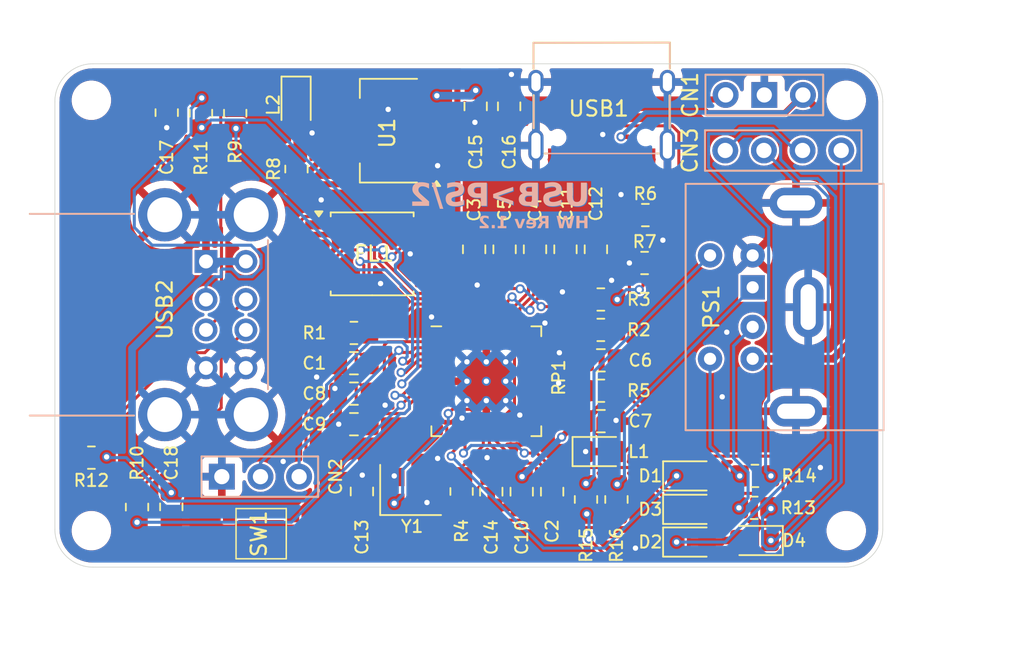
<source format=kicad_pcb>
(kicad_pcb (version 20240108) (generator "pcbnew") (generator_version "8.0")
  (title_block (title "USB to PS/2 Adapter") (date "2024-12-07") (rev "1.2") (company "Mikhail Matveev"))
  (layers (0 "F.Cu" signal) (31 "B.Cu" signal) (34 "B.Paste" user) (35 "F.Paste" user) (36 "B.SilkS" user "B.Silkscreen") (37 "F.SilkS" user "F.Silkscreen") (38 "B.Mask" user) (39 "F.Mask" user) (44 "Edge.Cuts" user))
  (net 0 "")
  (net 1 "GND")
  (net 2 "VBUS")
  (net 3 "Net-(RP1-VREG_VOUT)")
  (net 4 "/RP2040/XIN")
  (net 5 "+3V3")
  (net 6 "/RP2040/QSPI_SD2")
  (net 7 "/GPIO15")
  (net 8 "/GPIO14")
  (net 9 "/RP2040/QSPI_SD1")
  (net 10 "/GPIO12")
  (net 11 "/GPIO11")
  (net 12 "/RP2040/QSPI_SD3")
  (net 13 "/RP2040/QSPI_SCLK")
  (net 14 "/RP2040/QSPI_SS")
  (net 15 "/RP2040/QSPI_SD0")
  (net 16 "Net-(C14-Pad1)")
  (net 17 "/GPIO5")
  (net 18 "/GPIO4")
  (net 19 "/GPIO3")
  (net 20 "/GPIO2")
  (net 21 "/GPIO1")
  (net 22 "/GPIO0")
  (net 23 "Net-(USB2-D1+)")
  (net 24 "/PS2 with Diodes/MS_CLK")
  (net 25 "/PS2 with Diodes/MS_DATA")
  (net 26 "/PS2 with Diodes/KB_DATA")
  (net 27 "/PS2 with Diodes/KB_CLK")
  (net 28 "Net-(RP1-USB_DP)")
  (net 29 "Net-(RP1-USB_DM)")
  (net 30 "/RP2040/~{USB_BOOT}")
  (net 31 "/RP2040/GPIO25")
  (net 32 "/RP2040/XOUT")
  (net 33 "Net-(USB1-CC1)")
  (net 34 "Net-(USB1-CC2)")
  (net 35 "Net-(USB2-D2+)")
  (net 36 "Net-(USB2-D1-)")
  (net 37 "/RP2040/GPIO7")
  (net 38 "/RP2040/GPIO10")
  (net 39 "/RP2040/GPIO18")
  (net 40 "/D+")
  (net 41 "/RP2040/GPIO29")
  (net 42 "/RP2040/GPIO26")
  (net 43 "/RP2040/GPIO8")
  (net 44 "/D-")
  (net 45 "Net-(L1-A)")
  (net 46 "Net-(L2-A)")
  (net 47 "/RP2040/GPIO23")
  (net 48 "/RP2040/SWCLK")
  (net 49 "/RP2040/SWD")
  (net 50 "/RP2040/GPIO20")
  (net 51 "/RP2040/GPIO28")
  (net 52 "/RP2040/GPIO17")
  (net 53 "/RP2040/RUN")
  (net 54 "/RP2040/GPIO9")
  (net 55 "/RP2040/GPIO27")
  (net 56 "/RP2040/GPIO22")
  (net 57 "/RP2040/GPIO16")
  (net 58 "/RP2040/GPIO19")
  (net 59 "/RP2040/GPIO13")
  (net 60 "/RP2040/GPIO21")
  (net 61 "/RP2040/GPIO24")
  (net 62 "/RP2040/GPIO6")
  (net 65 "Net-(USB2-D2-)")
  (footprint "LIBS:Medved_C_0805" (layer "F.Cu") (at 120.025 101.425 90)
    (property "Reference" "C13")
    (property "Value" "15p")
  )
  (footprint "LIBS:Medved_R_0805" (layer "F.Cu") (at 136.75 101.95 -90)
    (property "Reference" "R16")
    (property "Value" "100R")
  )
  (footprint "LIBS:Medved_C_0805" (layer "F.Cu") (at 119.5 92.99 180)
    (property "Reference" "C1")
    (property "Value" "100n")
  )
  (footprint "LIBS:Medved_R_0805" (layer "F.Cu") (at 115.725 80.2225 -90)
    (property "Reference" "R8")
    (property "Value" "1K")
  )
  (footprint "LIBS:MountingHole_2.1mm" (layer "F.Cu") (at 151.85 75.7)
    (property "Reference" "H4" (hide yes))
    (property "Value" "MountingHole")
  )
  (footprint "LIBS:Medved_R_0805" (layer "F.Cu") (at 145.85 100.4)
    (property "Reference" "R14")
    (property "Value" "100R")
  )
  (footprint "LIBS:Medved_C_0805" (layer "F.Cu") (at 135.4 85.5 90)
    (property "Reference" "C12")
    (property "Value" "1u")
  )
  (footprint "LIBS:Medved_PinHeader_1x04" (layer "F.Cu") (at 143.9 79 90)
    (property "Reference" "CN3")
    (property "Value" "PS/2 Pins")
  )
  (footprint "LIBS:Medved_C_0805" (layer "F.Cu") (at 119.5 94.99 180)
    (property "Reference" "C8")
    (property "Value" "100n")
  )
  (footprint "LIBS:Medved_C_0805" (layer "F.Cu") (at 130.525 101.4375 -90)
    (property "Reference" "C10")
    (property "Value" "100n")
  )
  (footprint "LIBS:Medved_C_0805" (layer "F.Cu") (at 132.525 101.4375 -90)
    (property "Reference" "C2")
    (property "Value" "100n")
  )
  (footprint "LIBS:Button_SMD_3x3x2" (layer "F.Cu") (at 115.055 105.85 180)
    (property "Reference" "SW1")
    (property "Value" "Flash Button" (hide yes))
  )
  (footprint "LIBS:Medved_PinHeader_1x03" (layer "F.Cu") (at 143.925 75.35 90)
    (property "Reference" "CN1")
    (property "Value" "Conn_01x03_Pin")
  )
  (footprint "LIBS:Medved_R_0805" (layer "F.Cu") (at 111.7 76.55 90)
    (property "Reference" "R9")
    (property "Value" "22R")
  )
  (footprint "LIBS:Medved_C_0805" (layer "F.Cu") (at 127.5 76.1 -90)
    (property "Reference" "C15")
    (property "Value" "10u")
  )
  (footprint "LIBS:Medved_R_0805" (layer "F.Cu") (at 135.725 90.8 180)
    (property "Reference" "R2")
    (property "Value" "27")
  )
  (footprint "LIBS:Medved_USB_A_CUI_UJ2-ADH-TH_Horizontal_Stacked" (layer "F.Cu") (at 109.78 86.299998)
    (property "Reference" "USB2")
    (property "Value" "USB_A_Stacked")
  )
  (footprint "LIBS:Medved_C_0805" (layer "F.Cu") (at 129.4 85.5 90)
    (property "Reference" "C5")
    (property "Value" "100n")
  )
  (footprint "LIBS:Medved_C_0805" (layer "F.Cu") (at 127.4 85.5 90)
    (property "Reference" "C3")
    (property "Value" "100n")
  )
  (footprint "LIBS:MountingHole_2.1mm" (layer "F.Cu") (at 151.85 104)
    (property "Reference" "H3" (hide yes))
    (property "Value" "MountingHole")
  )
  (footprint "LIBS:Medved_R_0805" (layer "F.Cu") (at 138.65 83.25)
    (property "Reference" "R6")
    (property "Value" "5.1K")
  )
  (footprint "LIBS:Medved_C_0805" (layer "F.Cu") (at 133.4 85.5 90)
    (property "Reference" "C11")
    (property "Value" "1u")
  )
  (footprint "LIBS:Connector_Mini-DIN_Female_6Pin_2rows" (layer "F.Cu") (at 145.7 88 90)
    (property "Reference" "PS1")
    (property "Value" "PS/2")
  )
  (footprint "LIBS:Medved_LED_0805" (layer "F.Cu") (at 115.7 76 -90)
    (property "Reference" "L2")
    (property "Value" "LED")
  )
  (footprint "LIBS:Medved_R_0805" (layer "F.Cu") (at 105.25 102.45 90)
    (property "Reference" "R10")
    (property "Value" "22R")
  )
  (footprint "Crystal:Crystal_SMD_3225-4Pin_3.2x2.5mm" (layer "F.Cu") (at 123.225 101.325)
    (property "Reference" "Y1")
    (property "Value" "ABM8-272-T3")
  )
  (footprint "LIBS:Medved_UART_Pin3" (layer "F.Cu") (at 115.9 100.45 -90)
    (property "Reference" "CN2")
    (property "Value" "UART")
  )
  (footprint "LIBS:Medved_C_0805" (layer "F.Cu") (at 129.7 76.1 -90)
    (property "Reference" "C16")
    (property "Value" "10u")
  )
  (footprint "LIBS:Medved_C_0805" (layer "F.Cu") (at 128.525 101.4375 -90)
    (property "Reference" "C14")
    (property "Value" "15p")
  )
  (footprint "LIBS:Medved_R_0805" (layer "F.Cu") (at 135.725 94.8 180)
    (property "Reference" "R5")
    (property "Value" "1K")
  )
  (footprint "LIBS:Medved_R_0805" (layer "F.Cu") (at 107.2 76.5125 -90)
    (property "Reference" "C17")
    (property "Value" "10u")
  )
  (footprint "LIBS:Medved_R_0805" (layer "F.Cu") (at 138.6 86.4)
    (property "Reference" "R7")
    (property "Value" "5.1K")
  )
  (footprint "LIBS:MountingHole_2.1mm" (layer "F.Cu") (at 102.25 75.7)
    (property "Reference" "H1" (hide yes))
    (property "Value" "MountingHole")
  )
  (footprint "LIBS:Medved_R_0805" (layer "F.Cu") (at 135.725 88.8 180)
    (property "Reference" "R3")
    (property "Value" "27")
  )
  (footprint "LIBS:Medved_C_0805" (layer "F.Cu") (at 135.725 92.8)
    (property "Reference" "C6")
    (property "Value" "100n")
  )
  (footprint "LIBS:Medved_LED_0805" (layer "F.Cu") (at 135.725 98.8)
    (property "Reference" "L1")
    (property "Value" "LED")
  )
  (footprint "LIBS:Medved_R_0805" (layer "F.Cu") (at 119.5 91 180)
    (property "Reference" "R1")
    (property "Value" "1k")
  )
  (footprint "LIBS:Medved_R_0805" (layer "F.Cu") (at 126.575 101.425 -90)
    (property "Reference" "R4")
    (property "Value" "1k")
  )
  (footprint "LIBS:Medved_R_0805" (layer "F.Cu") (at 134.75 101.95 -90)
    (property "Reference" "R15")
    (property "Value" "100R")
  )
  (footprint "LIBS:Medved_C_0805" (layer "F.Cu") (at 135.725 96.8)
    (property "Reference" "C7")
    (property "Value" "100n")
  )
  (footprint "LIBS:MountingHole_2.1mm" (layer "F.Cu") (at 102.25 104)
    (property "Reference" "H2" (hide yes))
    (property "Value" "MountingHole")
  )
  (footprint "LIBS:Medved_R_0805" (layer "F.Cu") (at 107.5 102.4375 -90)
    (property "Reference" "C18")
    (property "Value" "10u")
  )
  (footprint "LIBS:Medved_SOIC-8_5.23x5.23mm_P1.27mm" (layer "F.Cu") (at 120.7 85.8)
    (property "Reference" "FL1")
    (property "Value" "W25Q128JVS")
  )
  (footprint "LIBS:Medved_R_0805" (layer "F.Cu") (at 109.45 76.55 90)
    (property "Reference" "R11")
    (property "Value" "22R")
  )
  (footprint "LIBS:Medved_C_0805" (layer "F.Cu") (at 131.4 85.5 90)
    (property "Reference" "C4")
    (property "Value" "100n")
  )
  (footprint "LIBS:USB-TYPE-C-31-M-12_lib2" (layer "F.Cu") (at 135.78 71.9 180)
    (property "Reference" "USB1")
    (property "Value" "USB Type C")
  )
  (footprint "LIBS:Medved_C_0805" (layer "F.Cu") (at 119.5 97 180)
    (property "Reference" "C9")
    (property "Value" "100n")
  )
  (footprint "LIBS:Medved_R_0805" (layer "F.Cu") (at 102.25 99.2 180)
    (property "Reference" "R12")
    (property "Value" "22R")
  )
  (footprint "LIBS:RP2040-QFN-56" (layer "F.Cu") (at 128.2 94.175)
    (property "Reference" "RP1")
    (property "Value" "RP2040")
  )
  (footprint "LIBS:Medved_R_0805" (layer "F.Cu") (at 145.8 102.5)
    (property "Reference" "R13")
    (property "Value" "100R")
  )
  (footprint "LIBS:Medved_D_0805" (layer "F.Cu") (at 141.675 102.6)
    (property "Reference" "D3")
    (property "Value" "3V3")
  )
  (footprint "LIBS:Medved_D_0805" (layer "F.Cu") (at 141.675 104.75)
    (property "Reference" "D2")
    (property "Value" "3V3")
  )
  (footprint "LIBS:Medved_D_0805" (layer "F.Cu") (at 141.675 100.4)
    (property "Reference" "D1")
    (property "Value" "3V3")
  )
  (footprint "LIBS:Medved_D_0805" (layer "F.Cu") (at 145.825 104.65 180)
    (property "Reference" "D4")
    (property "Value" "3V3")
  )
  (footprint "LIBS:Medved_SOT-223-3_TabPin2" (layer "F.Cu") (at 121.8 77.7 180)
    (property "Reference" "U1")
    (property "Value" "NCP1117-3.3_SOT223")
  )
  (gr_arc (start 151.75 73.3) (mid 153.517767 74.032233) (end 154.25 75.8) (stroke (width 0.05)) (layer "Edge.Cuts"))
  (gr_arc (start 102.35 106.4) (mid 100.582233 105.667767) (end 99.85 103.9) (stroke (width 0.05)) (layer "Edge.Cuts"))
  (gr_line (start 99.85 75.8) (end 99.85 103.9) (stroke (width 0.05)) (layer "Edge.Cuts"))
  (gr_line (start 151.75 73.3) (end 102.35 73.3) (stroke (width 0.05)) (layer "Edge.Cuts"))
  (gr_arc (start 154.25 103.9) (mid 153.517767 105.667767) (end 151.75 106.4) (stroke (width 0.05)) (layer "Edge.Cuts"))
  (gr_line (start 154.25 75.8) (end 154.25 103.9) (stroke (width 0.05)) (layer "Edge.Cuts"))
  (gr_line (start 151.75 106.4) (end 102.35 106.4) (stroke (width 0.05)) (layer "Edge.Cuts"))
  (gr_arc (start 99.85 75.8) (mid 100.582233 74.032233) (end 102.35 73.3) (stroke (width 0.05)) (layer "Edge.Cuts"))
  (gr_text "USB>PS/2" (at 135.05 82.95 0) (layer "B.Cu") (effects (font (size 1.5 1.5) (thickness 0.3) (bold yes)) (justify left bottom mirror)))
  (gr_text "HW Rev 1.2" (at 134.95 84.25 0) (layer "B.SilkS") (effects (font (size 0.8 0.8) (thickness 0.1)) (justify left bottom mirror)))
  (gr_text "USB>PS/2" (at 135 82.9 0) (layer "B.SilkS") (effects (font (size 1.5 1.5) (thickness 0.3) (bold yes)) (justify left bottom mirror)))
  (segment (start 139.005 79.595) (end 139.185 79.595) (width 0.3) (layer "F.Cu") (net 1))
  (segment (start 127.2 97.6125) (end 127.2 97.14935) (width 0.2) (layer "F.Cu") (net 1))
  (segment (start 127.2 97.14935) (end 126.65065 96.6) (width 0.2) (layer "F.Cu") (net 1))
  (segment (start 132.555 79.595) (end 132.375 79.595) (width 0.3) (layer "F.Cu") (net 1))
  (segment (start 126.65065 96.6) (end 126.6 96.6) (width 0.2) (layer "F.Cu") (net 1))
  (via (at 117.35 82.25) (size 0.6) (drill 0.35) (layers "F.Cu" "B.Cu") (net 1))
  (via (at 126.6 96.6) (size 0.6) (drill 0.35) (layers "F.Cu" "B.Cu") (net 1))
  (via (at 121.55 95.75) (size 0.6) (drill 0.35) (layers "F.Cu" "B.Cu") (net 1))
  (via (at 135.85 77.95) (size 0.6) (drill 0.35) (layers "F.Cu" "B.Cu") (net 1))
  (via (at 127.6 87.85) (size 0.6) (drill 0.35) (layers "F.Cu" "B.Cu") (net 1))
  (via (at 114.85 99.45) (size 0.6) (drill 0.35) (layers "F.Cu" "B.Cu") (net 1))
  (via (at 128.25 99.2) (size 0.6) (drill 0.35) (layers "F.Cu" "B.Cu") (net 1))
  (via (at 139.8 84.9) (size 0.6) (drill 0.35) (layers "F.Cu" "B.Cu") (net 1))
  (via (at 124.6 89.95) (size 0.6) (drill 0.35) (layers "F.Cu" "B.Cu") (net 1))
  (via (at 107.2 77.5) (size 0.6) (drill 0.35) (layers "F.Cu" "B.Cu") (net 1))
  (via (at 136.43 87.54) (size 0.6) (drill 0.35) (layers "F.Cu" "B.Cu") (net 1))
  (via (at 120.05 100.35) (size 0.6) (drill 0.35) (layers "F.Cu" "B.Cu") (net 1))
  (via (at 130.4 96.4) (size 0.6) (drill 0.35) (layers "F.Cu" "B.Cu") (net 1))
  (via (at 118.5 97) (size 0.6) (drill 0.35) (layers "F.Cu" "B.Cu") (net 1))
  (via (at 123.2 85.8) (size 0.6) (drill 0.35) (layers "F.Cu" "B.Cu") (net 1))
  (via (at 133.2 88.3) (size 0.6) (drill 0.35) (layers "F.Cu" "B.Cu") (net 1))
  (via (at 138 105.15) (size 0.6) (drill 0.35) (layers "F.Cu" "B.Cu") (net 1))
  (via (at 132.95 94.3) (size 0.6) (drill 0.35) (layers "F.Cu" "B.Cu") (net 1))
  (via (at 121.25 87.75) (size 0.6) (drill 0.35) (layers "F.Cu" "B.Cu") (net 1))
  (via (at 117.05 93.9) (size 0.6) (drill 0.35) (layers "F.Cu" "B.Cu") (net 1))
  (via (at 144 90.95) (size 0.6) (drill 0.35) (layers "F.Cu" "B.Cu") (net 1))
  (via (at 125 80) (size 0.6) (drill 0.35) (layers "F.Cu" "B.Cu") (net 1))
  (via (at 134.725 98.8) (size 0.6) (drill 0.35) (layers "F.Cu" "B.Cu") (net 1))
  (via (at 137.05 81.9) (size 0.6) (drill 0.35) (layers "F.Cu" "B.Cu") (net 1))
  (via (at 143.7 95.2) (size 0.6) (drill 0.35) (layers "F.Cu" "B.Cu") (net 1))
  (via (at 125 99.25) (size 0.6) (drill 0.35) (layers "F.Cu" "B.Cu") (net 1))
  (via (at 132.05 90.35) (size 0.6) (drill 0.35) (layers "F.Cu" "B.Cu") (net 1))
  (via (at 150.15 99.85) (size 0.6) (drill 0.35) (layers "F.Cu" "B.Cu") (net 1))
  (via (at 136.725 96.75) (size 0.6) (drill 0.35) (layers "F.Cu" "B.Cu") (net 1))
  (via (at 137.6 86.4) (size 0.6) (drill 0.35) (layers "F.Cu" "B.Cu") (net 1))
  (via (at 121.75 76.3) (size 0.6) (drill 0.35) (layers "F.Cu" "B.Cu") (net 1))
  (via (at 122.15 100.4) (size 0.6) (drill 0.35) (layers "F.Cu" "B.Cu") (net 1))
  (via (at 129.85 74) (size 0.6) (drill 0.35) (layers "F.Cu" "B.Cu") (net 1))
  (via (at 127.45 77.15) (size 0.6) (drill 0.35) (layers "F.Cu" "B.Cu") (net 1))
  (via (at 116.75 77.85) (size 0.6) (drill 0.35) (layers "F.Cu" "B.Cu") (net 1))
  (via (at 124.3 102.15) (size 0.6) (drill 0.35) (layers "F.Cu" "B.Cu") (net 1))
  (via (at 118.25 94.65) (size 0.6) (drill 0.35) (layers "F.Cu" "B.Cu") (net 1))
  (via (at 133 92.3) (size 0.6) (drill 0.35) (layers "F.Cu" "B.Cu") (net 1))
  (segment (start 126.6 95.775) (end 126.925 95.45) (width 0.5) (layer "B.Cu") (net 1))
  (segment (start 107.07 83.229998) (end 112.75 83.229998) (width 0.5) (layer "B.Cu") (net 1))
  (segment (start 126.6 96.6) (end 126.6 95.775) (width 0.5) (layer "B.Cu") (net 1))
  (segment (start 107.07 96.369998) (end 112.75 96.369998) (width 0.5) (layer "B.Cu") (net 1))
  (segment (start 133.58 78.533604) (end 133.58 78.556016) (width 0.4) (layer "F.Cu") (net 2))
  (segment (start 142.375 76.2) (end 142.725 76.55) (width 0.4) (layer "F.Cu") (net 2))
  (segment (start 151 92.7) (end 153.15 90.55) (width 0.5) (layer "F.Cu") (net 2))
  (segment (start 133.33 78.806016) (end 133.33 79.595) (width 0.4) (layer "F.Cu") (net 2))
  (segment (start 153.15 78.107969) (end 152.492031 77.45) (width 0.5) (layer "F.Cu") (net 2))
  (segment (start 108.1625 74.55) (end 107.2 75.5125) (width 0.5) (layer "F.Cu") (net 2))
  (segment (start 124.95 75.4) (end 116.976166 75.4) (width 0.5) (layer "F.Cu") (net 2))
  (segment (start 133.665 76.615) (end 133.665 78.448604) (width 0.4) (layer "F.Cu") (net 2))
  (segment (start 133.5 76.45) (end 133.665 76.615) (width 0.4) (layer "F.Cu") (net 2))
  (segment (start 133.5 76.2) (end 142.375 76.2) (width 0.4) (layer "F.Cu") (net 2))
  (segment (start 127.4875 75.05) (end 128.6375 76.2) (width 0.4) (layer "F.Cu") (net 2))
  (segment (start 112.45 74.55) (end 108.1625 74.55) (width 0.5) (layer "F.Cu") (net 2))
  (segment (start 133.58 78.556016) (end 133.33 78.806016) (width 0.4) (layer "F.Cu") (net 2))
  (segment (start 153.15 90.55) (end 153.15 78.107969) (width 0.5) (layer "F.Cu") (net 2))
  (segment (start 138.23 78.82) (end 137.51 78.1) (width 0.3) (layer "F.Cu") (net 2))
  (segment (start 106.1 79.219438) (end 109.78 82.899438) (width 0.5) (layer "F.Cu") (net 2))
  (segment (start 107.2 75.5125) (end 106.1 76.6125) (width 0.5) (layer "F.Cu") (net 2))
  (segment (start 106.1 76.6125) (end 106.1 79.219438) (width 0.5) (layer "F.Cu") (net 2))
  (segment (start 133.665 78.448604) (end 133.58 78.533604) (width 0.4) (layer "F.Cu") (net 2))
  (segment (start 137.05 78.1) (end 137.51 78.1) (width 0.3) (layer "F.Cu") (net 2))
  (segment (start 109.78 82.899438) (end 109.78 86.299998) (width 0.5) (layer "F.Cu") (net 2))
  (segment (start 151.105 77.45) (end 149.005 75.35) (width 0.5) (layer "F.Cu") (net 2))
  (segment (start 128.6375 76.2) (end 133.5 76.2) (width 0.4) (layer "F.Cu") (net 2))
  (segment (start 147.805 76.55) (end 149.005 75.35) (width 0.4) (layer "F.Cu") (net 2))
  (segment (start 133.5 76.2) (end 133.5 76.45) (width 0.4) (layer "F.Cu") (net 2))
  (segment (start 116.976166 75.4) (end 116.426166 75.95) (width 0.5) (layer "F.Cu") (net 2))
  (segment (start 145.7 92.7) (end 151 92.7) (width 0.5) (layer "F.Cu") (net 2))
  (segment (start 116.426166 75.95) (end 113.85 75.95) (width 0.5) (layer "F.Cu") (net 2))
  (segment (start 138.23 79.595) (end 138.23 78.82) (width 0.3) (layer "F.Cu") (net 2))
  (segment (start 152.492031 77.45) (end 151.105 77.45) (width 0.5) (layer "F.Cu") (net 2))
  (segment (start 142.725 76.55) (end 147.805 76.55) (width 0.4) (layer "F.Cu") (net 2))
  (segment (start 113.85 75.95) (end 112.45 74.55) (width 0.5) (layer "F.Cu") (net 2))
  (via (at 137.05 78.1) (size 0.6) (drill 0.35) (layers "F.Cu" "B.Cu") (net 2))
  (via (at 127.5 75.05) (size 0.6) (drill 0.35) (layers "F.Cu" "B.Cu") (net 2))
  (via (at 124.95 75.4) (size 0.6) (drill 0.35) (layers "F.Cu" "B.Cu") (net 2))
  (via (at 107.5 101.5) (size 0.6) (drill 0.35) (layers "F.Cu" "B.Cu") (net 2))
  (segment (start 137.05 78.1) (end 138.65 76.5) (width 0.3) (layer "B.Cu") (net 2))
  (segment (start 127.15 75.4) (end 127.5 75.05) (width 0.5) (layer "B.Cu") (net 2))
  (segment (start 110.653654 86.299998) (end 104.92 92.033652) (width 0.5) (layer "B.Cu") (net 2))
  (segment (start 147.855 76.5) (end 149.005 75.35) (width 0.3) (layer "B.Cu") (net 2))
  (segment (start 107.5 101.45) (end 107.5 101.5) (width 0.5) (layer "B.Cu") (net 2))
  (segment (start 107.55 101.5) (end 107.5 101.45) (width 0.5) (layer "B.Cu") (net 2))
  (segment (start 104.92 98.87) (end 107.5 101.45) (width 0.5) (layer "B.Cu") (net 2))
  (segment (start 107.5 101.5) (end 107.55 101.5) (width 0.5) (layer "B.Cu") (net 2))
  (segment (start 138.65 76.5) (end 147.855 76.5) (width 0.3) (layer "B.Cu") (net 2))
  (segment (start 124.95 75.4) (end 127.15 75.4) (width 0.5) (layer "B.Cu") (net 2))
  (segment (start 104.92 92.033652) (end 104.92 98.87) (width 0.5) (layer "B.Cu") (net 2))
  (segment (start 112.4 86.299998) (end 110.653654 86.299998) (width 0.5) (layer "B.Cu") (net 2))
  (segment (start 128 90.7375) (end 128 89.4) (width 0.2) (layer "F.Cu") (net 3))
  (segment (start 133.4 86.875) (end 133.4 87.25) (width 0.2) (layer "F.Cu") (net 3))
  (segment (start 130.972857 87.497143) (end 130.972857 88.327143) (width 0.2) (layer "F.Cu") (net 3))
  (segment (start 130.972857 88.327143) (end 130 89.3) (width 0.2) (layer "F.Cu") (net 3))
  (segment (start 128.8 96.6) (end 128.8 97.6125) (width 0.2) (layer "F.Cu") (net 3))
  (segment (start 128 90.7375) (end 128 91.20065) (width 0.2) (layer "F.Cu") (net 3))
  (segment (start 131.6875 99.5625) (end 130.28685 99.5625) (width 0.2) (layer "F.Cu") (net 3))
  (segment (start 130.05 95.8) (end 129.25 96.6) (width 0.2) (layer "F.Cu") (net 3))
  (segment (start 129.77565 91.425) (end 130 91.20065) (width 0.2) (layer "F.Cu") (net 3))
  (segment (start 126.5 87.9) (end 126.5 87.4375) (width 0.2) (layer "F.Cu") (net 3))
  (segment (start 128 89.4) (end 126.5 87.9) (width 0.2) (layer "F.Cu") (net 3))
  (segment (start 128 91.20065) (end 128.22435 91.425) (width 0.2) (layer "F.Cu") (net 3))
  (segment (start 132.63995 87.25) (end 132.51495 87.375) (width 0.2) (layer "F.Cu") (net 3))
  (segment (start 132.525 100.4) (end 131.6875 99.5625) (width 0.2) (layer "F.Cu") (net 3))
  (segment (start 130 90.7375) (end 130 91.9) (width 0.2) (layer "F.Cu") (net 3))
  (segment (start 131.095 87.375) (end 130.972857 87.497143) (width 0.2) (layer "F.Cu") (net 3))
  (segment (start 132.51495 87.375) (end 131.095 87.375) (width 0.2) (layer "F.Cu") (net 3))
  (segment (start 130 91.20065) (end 130 90.7375) (width 0.2) (layer "F.Cu") (net 3))
  (segment (start 130.05 91.95) (end 130.05 95.8) (width 0.2) (layer "F.Cu") (net 3))
  (segment (start 128.22435 91.425) (end 129.77565 91.425) (width 0.2) (layer "F.Cu") (net 3))
  (segment (start 130.28685 99.5625) (end 128.8 98.07565) (width 0.2) (layer "F.Cu") (net 3))
  (segment (start 130 91.9) (end 130.05 91.95) (width 0.2) (layer "F.Cu") (net 3))
  (segment (start 129.25 96.6) (end 128.8 96.6) (width 0.2) (layer "F.Cu") (net 3))
  (segment (start 133.4 87.25) (end 132.63995 87.25) (width 0.2) (layer "F.Cu") (net 3))
  (segment (start 128.8 98.07565) (end 128.8 97.6125) (width 0.2) (layer "F.Cu") (net 3))
  (segment (start 126.5 87.4375) (end 127.4 86.5375) (width 0.2) (layer "F.Cu") (net 3))
  (segment (start 130 89.3) (end 130 90.7375) (width 0.2) (layer "F.Cu") (net 3))
  (segment (start 126 96) (end 126.55181 96) (width 0.2) (layer "F.Cu") (net 4))
  (segment (start 120.025 102.4625) (end 121.8375 102.4625) (width 0.2) (layer "F.Cu") (net 4))
  (segment (start 127.175 96.025) (end 127.6 96.45) (width 0.2) (layer "F.Cu") (net 4))
  (segment (start 127.6 96.45) (end 127.6 97.6125) (width 0.2) (layer "F.Cu") (net 4))
  (segment (start 126.57681 96.025) (end 127.175 96.025) (width 0.2) (layer "F.Cu") (net 4))
  (segment (start 126.55181 96) (end 126.57681 96.025) (width 0.2) (layer "F.Cu") (net 4))
  (segment (start 125.7 96.3) (end 126 96) (width 0.2) (layer "F.Cu") (net 4))
  (via (at 122.15 102.2) (size 0.6) (drill 0.35) (layers "F.Cu" "B.Cu") (net 4))
  (via (at 125.7 96.3) (size 0.6) (drill 0.35) (layers "F.Cu" "B.Cu") (net 4))
  (segment (start 122.7 101.65) (end 122.15 102.2) (width 0.2) (layer "B.Cu") (net 4))
  (segment (start 122.7 100) (end 122.7 101.65) (width 0.2) (layer "B.Cu") (net 4))
  (segment (start 125.7 96.3) (end 125.7 97) (width 0.2) (layer "B.Cu") (net 4))
  (segment (start 125.7 97) (end 122.7 100) (width 0.2) (layer "B.Cu") (net 4))
  (segment (start 115.725 81.2225) (end 119.5225 81.2225) (width 0.4) (layer "F.Cu") (net 5))
  (segment (start 130.8 90.7375) (end 130.4 90.7375) (width 0.2) (layer "F.Cu") (net 5))
  (segment (start 134.6875 96.8) (end 133.0625 95.175) (width 0.2) (layer "F.Cu") (net 5))
  (segment (start 126.3 79.05) (end 126.3 85.230456) (width 0.4) (layer "F.Cu") (net 5))
  (segment (start 123.669974 95.175) (end 124.7625 95.175) (width 0.2) (layer "F.Cu") (net 5))
  (segment (start 119.65 96.1125) (end 120.5375 97) (width 0.2) (layer "F.Cu") (net 5))
  (segment (start 134.2 96.8) (end 133.15 97.85) (width 0.4) (layer "F.Cu") (net 5))
  (segment (start 131.15 86.6) (end 131.4 86.6) (width 0.2) (layer "F.Cu") (net 5))
  (segment (start 135.775 86.9125) (end 135.775 91.7125) (width 0.4) (layer "F.Cu") (net 5))
  (segment (start 122.2 83.9) (end 122.5 83.9) (width 0.4) (layer "F.Cu") (net 5))
  (segment (start 128.7625 74.125) (end 126.769544 74.125) (width 0.4) (layer "F.Cu") (net 5))
  (segment (start 128.4625 85.6) (end 129.4 86.5375) (width 0.4) (layer "F.Cu") (net 5))
  (segment (start 128.4 98.275) (end 128.4 97.6125) (width 0.2) (layer "F.Cu") (net 5))
  (segment (start 132.784925 87.6) (end 132.659925 87.725) (width 0.2) (layer "F.Cu") (net 5))
  (segment (start 128.8 90.7375) (end 128.8 87.43) (width 0.2) (layer "F.Cu") (net 5))
  (segment (start 124.95 77.7) (end 126.3 79.05) (width 0.4) (layer "F.Cu") (net 5))
  (segment (start 121.5 94.0275) (end 121.5 91.8) (width 0.2) (layer "F.Cu") (net 5))
  (segment (start 122.505 83.895) (end 124.3 83.895) (width 0.4) (layer "F.Cu") (net 5))
  (segment (start 129.7 75.0625) (end 128.7625 74.125) (width 0.4) (layer "F.Cu") (net 5))
  (segment (start 126.3 76.35) (end 124.95 77.7) (width 0.4) (layer "F.Cu") (net 5))
  (segment (start 130.575 100.45) (end 128.4 98.275) (width 0.2) (layer "F.Cu") (net 5))
  (segment (start 120.15 86.55) (end 119.9 86.3) (width 0.2) (layer "F.Cu") (net 5))
  (segment (start 129.4 86.5375) (end 131.4 86.5375) (width 0.4) (layer "F.Cu") (net 5))
  (segment (start 126.3 85.230456) (end 126.669544 85.6) (width 0.4) (layer "F.Cu") (net 5))
  (segment (start 120.5375 94.99) (end 121.5 94.0275) (width 0.2) (layer "F.Cu") (net 5))
  (segment (start 134.8825 86.5375) (end 134.375 87.045) (width 0.2) (layer "F.Cu") (net 5))
  (segment (start 119.5225 81.2225) (end 122.2 83.9) (width 0.4) (layer "F.Cu") (net 5))
  (segment (start 121.997233 85.992579) (end 124.094812 83.895) (width 0.2) (layer "F.Cu") (net 5))
  (segment (start 130.2875 75.65) (end 143.625 75.65) (width 0.4) (layer "F.Cu") (net 5))
  (segment (start 134.55625 85.69375) (end 135.4 86.5375) (width 0.4) (layer "F.Cu") (net 5))
  (segment (start 115.725 81.2225) (end 118.65 78.2975) (width 0.4) (layer "F.Cu") (net 5))
  (segment (start 132.659925 87.725) (end 131.395 87.725) (width 0.2) (layer "F.Cu") (net 5))
  (segment (start 119.65 92) (end 119.65 94.1025) (width 0.2) (layer "F.Cu") (net 5))
  (segment (start 128.3 85.6) (end 128.4625 85.6) (width 0.4) (layer "F.Cu") (net 5))
  (segment (start 134.55625 85.69375) (end 135.775 86.9125) (width 0.4) (layer "F.Cu") (net 5))
  (segment (start 134.375 87.089034) (end 133.864034 87.6) (width 0.2) (layer "F.Cu") (net 5))
  (segment (start 134.4625 85.6) (end 134.55625 85.69375) (width 0.4) (layer "F.Cu") (net 5))
  (segment (start 126.769544 74.125) (end 126.3 74.594544) (width 0.4) (layer "F.Cu") (net 5))
  (segment (start 134.4 85.6) (end 134.4625 85.6) (width 0.4) (layer "F.Cu") (net 5))
  (segment (start 133.864034 87.6) (end 132.784925 87.6) (width 0.2) (layer "F.Cu") (net 5))
  (segment (start 131.395 87.725) (end 131.322857 87.797143) (width 0.2) (layer "F.Cu") (net 5))
  (segment (start 128.4 90.7375) (end 128.4 87.5375) (width 0.2) (layer "F.Cu") (net 5))
  (segment (start 119.65 94.1025) (end 119.65 96.1125) (width 0.2) (layer "F.Cu") (net 5))
  (segment (start 121.2375 96.3) (end 122.827818 96.3) (width 0.2) (layer "F.Cu") (net 5))
  (segment (start 123.15 95.694974) (end 123.669974 95.175) (width 0.2) (layer "F.Cu") (net 5))
  (segment (start 133.4625 91.575) (end 131.6375 91.575) (width 0.2) (layer "F.Cu") (net 5))
  (segment (start 135.775 91.7125) (end 135.775 95.7125) (width 0.4) (layer "F.Cu") (net 5))
  (segment (start 121.5 91.8) (end 121.725 91.575) (width 0.2) (layer "F.Cu") (net 5))
  (segment (start 128.8 87.43) (end 130.32 87.43) (width 0.2) (layer "F.Cu") (net 5))
  (segment (start 121.725 91.575) (end 124.7625 91.575) (width 0.2) (layer "F.Cu") (net 5))
  (segment (start 130.4 89.394974) (end 130.4 90.7375) (width 0.2) (layer "F.Cu") (net 5))
  (segment (start 134.375 87.045) (end 134.375 87.089034) (width 0.2) (layer "F.Cu") (net 5))
  (segment (start 119.65 92) (end 119.65 90.335966) (width 0.2) (layer "F.Cu") (net 5))
  (segment (start 120.5375 97) (end 121.2375 96.3) (width 0.2) (layer "F.Cu") (net 5))
  (segment (start 134.6875 92.8) (end 133.4625 91.575) (width 0.2) (layer "F.Cu") (net 5))
  (segment (start 126.669544 85.6) (end 128.3 85.6) (width 0.4) (layer "F.Cu") (net 5))
  (segment (start 128.3 85.6) (end 134.4 85.6) (width 0.4) (layer "F.Cu") (net 5))
  (segment (start 128.4 87.5375) (end 129.4 86.5375) (width 0.2) (layer "F.Cu") (net 5))
  (segment (start 119.65 90.335966) (end 120.15 89.835966) (width 0.2) (layer "F.Cu") (net 5))
  (segment (start 134.6875 96.8) (end 134.2 96.8) (width 0.4) (layer "F.Cu") (net 5))
  (segment (start 124.95 77.7) (end 118.65 77.7) (width 0.4) (layer "F.Cu") (net 5))
  (segment (start 119.65 94.1025) (end 120.5375 94.99) (width 0.2) (layer "F.Cu") (net 5))
  (segment (start 120.5375 92.99) (end 119.65 92.1025) (width 0.2) (layer "F.Cu") (net 5))
  (segment (start 130.32 87.43) (end 131.15 86.6) (width 0.2) (layer "F.Cu") (net 5))
  (segment (start 119.65 92.1025) (end 119.65 92) (width 0.2) (layer "F.Cu") (net 5))
  (segment (start 129.7 75.0625) (end 130.2875 75.65) (width 0.4) (layer "F.Cu") (net 5))
  (segment (start 135.775 91.7125) (end 134.6875 92.8) (width 0.4) (layer "F.Cu") (net 5))
  (segment (start 135.4 86.5375) (end 134.8825 86.5375) (width 0.2) (layer "F.Cu") (net 5))
  (segment (start 133.0625 95.175) (end 131.6375 95.175) (width 0.2) (layer "F.Cu") (net 5))
  (segment (start 122.827818 96.3) (end 123.15 95.977818) (width 0.2) (layer "F.Cu") (net 5))
  (segment (start 135.775 95.7125) (end 134.6875 96.8) (width 0.4) (layer "F.Cu") (net 5))
  (segment (start 122.5 83.9) (end 122.505 83.895) (width 0.4) (layer "F.Cu") (net 5))
  (segment (start 126.3 74.594544) (end 126.3 76.35) (width 0.4) (layer "F.Cu") (net 5))
  (segment (start 120.15 89.835966) (end 120.15 86.55) (width 0.2) (layer "F.Cu") (net 5))
  (segment (start 131.322857 87.797143) (end 131.322857 88.472117) (width 0.2) (layer "F.Cu") (net 5))
  (segment (start 123.15 95.977818) (end 123.15 95.694974) (width 0.2) (layer "F.Cu") (net 5))
  (segment (start 131.322857 88.472117) (end 130.4 89.394974) (width 0.2) (layer "F.Cu") (net 5))
  (via (at 130.55 100.45) (size 0.6) (drill 0.35) (layers "F.Cu" "B.Cu") (net 5))
  (via (at 133.15 97.85) (size 0.6) (drill 0.35) (layers "F.Cu" "B.Cu") (net 5))
  (via (at 121.997233 85.992579) (size 0.6) (drill 0.35) (layers "F.Cu" "B.Cu") (net 5))
  (via (at 119.9 86.3) (size 0.6) (drill 0.35) (layers "F.Cu" "B.Cu") (net 5))
  (segment (start 121.997233 85.992579) (end 121.724148 85.992579) (width 0.2) (layer "B.Cu") (net 5))
  (segment (start 130.55 100.45) (end 133.15 97.85) (width 0.4) (layer "B.Cu") (net 5))
  (segment (start 121.416727 86.3) (end 119.9 86.3) (width 0.2) (layer "B.Cu") (net 5))
  (segment (start 121.724148 85.992579) (end 121.416727 86.3) (width 0.2) (layer "B.Cu") (net 5))
  (segment (start 126.4 89.8) (end 126.4 90.7375) (width 0.2) (layer "F.Cu") (net 6))
  (segment (start 121.2 85.73891) (end 121.2 85.974842) (width 0.2) (layer "F.Cu") (net 6))
  (segment (start 119.95 85.538909) (end 118.79609 85.538909) (width 0.2) (layer "F.Cu") (net 6))
  (segment (start 121.4 85.538909) (end 121.2 85.73891) (width 0.2) (layer "F.Cu") (net 6))
  (segment (start 118.79609 85.538909) (end 117.899999 86.435) (width 0.2) (layer "F.Cu") (net 6))
  (segment (start 117.899999 86.435) (end 117.1 86.435) (width 0.2) (layer "F.Cu") (net 6))
  (segment (start 121.2 85.974842) (end 123.625145 88.399987) (width 0.2) (layer "F.Cu") (net 6))
  (segment (start 123.625145 88.399987) (end 124.999987 88.399987) (width 0.2) (layer "F.Cu") (net 6))
  (segment (start 124.999987 88.399987) (end 126.4 89.8) (width 0.2) (layer "F.Cu") (net 6))
  (via (at 121.4 85.538909) (size 0.6) (drill 0.35) (layers "F.Cu" "B.Cu") (net 6))
  (via (at 119.95 85.538909) (size 0.6) (drill 0.35) (layers "F.Cu" "B.Cu") (net 6))
  (segment (start 121.4 85.538909) (end 119.95 85.538909) (width 0.2) (layer "B.Cu") (net 6))
  (segment (start 140.65 102.6) (end 137.898466 99.848466) (width 0.2) (layer "F.Cu") (net 7))
  (segment (start 133.214034 99.5625) (end 132.182474 99.5625) (width 0.2) (layer "F.Cu") (net 7))
  (segment (start 126.8 98.8) (end 126.8 97.6125) (width 0.2) (layer "F.Cu") (net 7))
  (segment (start 126.7 98.9) (end 126.8 98.8) (width 0.2) (layer "F.Cu") (net 7))
  (segment (start 140.65 102.6) (end 141.7 101.55) (width 0.2) (layer "F.Cu") (net 7))
  (segment (start 137.898466 99.848466) (end 133.5 99.848466) (width 0.2) (layer "F.Cu") (net 7))
  (segment (start 133.5 99.848466) (end 133.214034 99.5625) (width 0.2) (layer "F.Cu") (net 7))
  (segment (start 131.519974 98.9) (end 130.7 98.9) (width 0.2) (layer "F.Cu") (net 7))
  (segment (start 141.7 101.55) (end 145.7 101.55) (width 0.2) (layer "F.Cu") (net 7))
  (segment (start 132.182474 99.5625) (end 131.519974 98.9) (width 0.2) (layer "F.Cu") (net 7))
  (segment (start 145.7 101.55) (end 146.85 100.4) (width 0.2) (layer "F.Cu") (net 7))
  (via (at 146.9 100.4) (size 0.6) (drill 0.35) (layers "F.Cu" "B.Cu") (net 7))
  (via (at 126.7 98.9) (size 0.6) (drill 0.35) (layers "F.Cu" "B.Cu") (net 7))
  (via (at 130.7 98.9) (size 0.6) (drill 0.35) (layers "F.Cu" "B.Cu") (net 7))
  (segment (start 146.55 100.1) (end 146.85 100.4) (width 0.2) (layer "B.Cu") (net 7))
  (segment (start 146.85 100.4) (end 146.9 100.4) (width 0.2) (layer "B.Cu") (net 7))
  (segment (start 148.25 78.759391) (end 147.040609 77.55) (width 0.2) (layer "B.Cu") (net 7))
  (segment (start 148.25 79) (end 148.25 78.759391) (width 0.2) (layer "B.Cu") (net 7))
  (segment (start 144.855026 77.55) (end 144.505026 77.9) (width 0.2) (layer "B.Cu") (net 7))
  (segment (start 146.9 100.4) (end 146.9 100.45) (width 0.2) (layer "B.Cu") (net 7))
  (segment (start 146.75 84.05) (end 146.75 95.432233) (width 0.2) (layer "B.Cu") (net 7))
  (segment (start 126.7 98.9) (end 127.2 98.4) (width 0.2) (layer "B.Cu") (net 7))
  (segment (start 146.9 100.45) (end 146.85 100.4) (width 0.2) (layer "B.Cu") (net 7))
  (segment (start 147.040609 77.55) (end 144.855026 77.55) (width 0.2) (layer "B.Cu") (net 7))
  (segment (start 142.8 80.1) (end 146.75 84.05) (width 0.2) (layer "B.Cu") (net 7))
  (segment (start 142.8 77.9) (end 142.8 80.1) (width 0.2) (layer "B.Cu") (net 7))
  (segment (start 146.55 95.632233) (end 146.55 100.1) (width 0.2) (layer "B.Cu") (net 7))
  (segment (start 144.505026 77.9) (end 142.8 77.9) (width 0.2) (layer "B.Cu") (net 7))
  (segment (start 146.75 95.432233) (end 146.55 95.632233) (width 0.2) (layer "B.Cu") (net 7))
  (segment (start 127.2 98.4) (end 130.2 98.4) (width 0.2) (layer "B.Cu") (net 7))
  (segment (start 130.2 98.4) (end 130.7 98.9) (width 0.2) (layer "B.Cu") (net 7))
  (segment (start 148.98 79) (end 148.25 79) (width 0.2) (layer "B.Cu") (net 7))
  (segment (start 126.4 97.6125) (end 126.4 98.422182) (width 0.2) (layer "F.Cu") (net 8))
  (segment (start 125.9 98.922182) (end 125.9 99.1) (width 0.2) (layer "F.Cu") (net 8))
  (segment (start 147.7 99.1) (end 141.95 99.1) (width 0.2) (layer "F.Cu") (net 8))
  (segment (start 147.7 101.6) (end 147.7 99.1) (width 0.2) (layer "F.Cu") (net 8))
  (segment (start 126.4 98.422182) (end 125.9 98.922182) (width 0.2) (layer "F.Cu") (net 8))
  (segment (start 146.8 102.5) (end 147.7 101.6) (width 0.2) (layer "F.Cu") (net 8))
  (segment (start 141.95 99.1) (end 140.65 100.4) (width 0.2) (layer "F.Cu") (net 8))
  (via (at 146.9 102.55) (size 0.6) (drill 0.35) (layers "F.Cu" "B.Cu") (net 8))
  (via (at 125.9 99.1) (size 0.6) (drill 0.35) (layers "F.Cu" "B.Cu") (net 8))
  (via (at 140.7 100.4) (size 0.6) (drill 0.35) (layers "F.Cu" "B.Cu") (net 8))
  (segment (start 151.52 100.807818) (end 147.127818 105.2) (width 0.2) (layer "B.Cu") (net 8))
  (segment (start 151.52 79) (end 151.52 100.807818) (width 0.2) (layer "B.Cu") (net 8))
  (segment (start 131.95 105.15) (end 135.95 105.15) (width 0.2) (layer "B.Cu") (net 8))
  (segment (start 135.95 105.15) (end 140.7 100.4) (width 0.2) (layer "B.Cu") (net 8))
  (segment (start 146.35 104.877818) (end 146.35 103.1) (width 0.2) (layer "B.Cu") (net 8))
  (segment (start 146.672182 105.2) (end 146.35 104.877818) (width 0.2) (layer "B.Cu") (net 8))
  (segment (start 125.9 99.1) (end 131.95 105.15) (width 0.2) (layer "B.Cu") (net 8))
  (segment (start 147.127818 105.2) (end 146.672182 105.2) (width 0.2) (layer "B.Cu") (net 8))
  (segment (start 146.35 103.1) (end 146.9 102.55) (width 0.2) (layer "B.Cu") (net 8))
  (segment (start 124.855013 88.749987) (end 126 89.894974) (width 0.2) (layer "F.Cu") (net 9))
  (segment (start 119.239975 83.545) (end 120.85 85.155025) (width 0.2) (layer "F.Cu") (net 9))
  (segment (start 116.05 83.575158) (end 116.280158 83.345) (width 0.2) (layer "F.Cu") (net 9))
  (segment (start 117.1 85.165) (end 116.300001 85.165) (width 0.2) (layer "F.Cu") (net 9))
  (segment (start 116.05 84.914999) (end 116.05 83.575158) (width 0.2) (layer "F.Cu") (net 9))
  (segment (start 118.119842 83.545) (end 119.239975 83.545) (width 0.2) (layer "F.Cu") (net 9))
  (segment (start 116.280158 83.345) (end 117.919842 83.345) (width 0.2) (layer "F.Cu") (net 9))
  (segment (start 120.85 85.155025) (end 120.85 86.119816) (width 0.2) (layer "F.Cu") (net 9))
  (segment (start 116.300001 85.165) (end 116.05 84.914999) (width 0.2) (layer "F.Cu") (net 9))
  (segment (start 117.919842 83.345) (end 118.119842 83.545) (width 0.2) (layer "F.Cu") (net 9))
  (segment (start 126 89.894974) (end 126 90.7375) (width 0.2) (layer "F.Cu") (net 9))
  (segment (start 123.480171 88.749987) (end 124.855013 88.749987) (width 0.2) (layer "F.Cu") (net 9))
  (segment (start 120.85 86.119816) (end 123.480171 88.749987) (width 0.2) (layer "F.Cu") (net 9))
  (segment (start 124.3 99.05) (end 125.6 97.75) (width 0.2) (layer "F.Cu") (net 10))
  (segment (start 125.6 97.75) (end 125.6 97.6125) (width 0.2) (layer "F.Cu") (net 10))
  (segment (start 146.9 104.6) (end 145.5 106) (width 0.2) (layer "F.Cu") (net 10))
  (segment (start 123.95 99.05) (end 124.3 99.05) (width 0.2) (layer "F.Cu") (net 10))
  (segment (start 123.6625 103.3125) (end 123.375 103.025) (width 0.2) (layer "F.Cu") (net 10))
  (segment (start 134.3875 103.3125) (end 123.6625 103.3125) (width 0.2) (layer "F.Cu") (net 10))
  (segment (start 145.5 106) (end 136.4 106) (width 0.2) (layer "F.Cu") (net 10))
  (segment (start 123.375 103.025) (end 123.375 99.625) (width 0.2) (layer "F.Cu") (net 10))
  (segment (start 136.4 106) (end 134.95 104.55) (width 0.2) (layer "F.Cu") (net 10))
  (segment (start 123.375 99.625) (end 123.95 99.05) (width 0.2) (layer "F.Cu") (net 10))
  (via (at 146.9 104.65) (size 0.6) (drill 0.35) (layers "F.Cu" "B.Cu") (net 10))
  (via (at 134.8 102.9) (size 0.6) (drill 0.35) (layers "F.Cu" "B.Cu") (net 10))
  (via (at 134.95 104.55) (size 0.6) (drill 0.35) (layers "F.Cu" "B.Cu") (net 10))
  (segment (start 134.95 103.05) (end 134.8 102.9) (width 0.2) (layer "B.Cu") (net 10))
  (segment (start 134.8 102.9) (end 134.85 102.95) (width 0.2) (layer "B.Cu") (net 10))
  (segment (start 147.54 79.605026) (end 148.784974 80.85) (width 0.2) (layer "B.Cu") (net 10))
  (segment (start 143.9 79) (end 145 77.9) (width 0.2) (layer "B.Cu") (net 10))
  (segment (start 151.15 100.682844) (end 147.232844 104.6) (width 0.2) (layer "B.Cu") (net 10))
  (segment (start 147.54 78.544365) (end 147.54 79.605026) (width 0.2) (layer "B.Cu") (net 10))
  (segment (start 149.962742 80.85) (end 151.15 82.037258) (width 0.2) (layer "B.Cu") (net 10))
  (segment (start 145 77.9) (end 146.895635 77.9) (width 0.2) (layer "B.Cu") (net 10))
  (segment (start 147.232844 104.6) (end 146.95 104.6) (width 0.2) (layer "B.Cu") (net 10))
  (segment (start 148.784974 80.85) (end 149.962742 80.85) (width 0.2) (layer "B.Cu") (net 10))
  (segment (start 134.95 104.55) (end 134.95 103.05) (width 0.2) (layer "B.Cu") (net 10))
  (segment (start 146.895635 77.9) (end 147.54 78.544365) (width 0.2) (layer "B.Cu") (net 10))
  (segment (start 151.15 82.037258) (end 151.15 100.682844) (width 0.2) (layer "B.Cu") (net 10))
  (segment (start 119.05 103.014034) (end 119.05 101.910966) (width 0.2) (layer "F.Cu") (net 11))
  (segment (start 135.694975 104.005025) (end 136.75 102.95) (width 0.2) (layer "F.Cu") (net 11))
  (segment (start 140.3 104.4) (end 135.8 104.4) (width 0.2) (layer "F.Cu") (net 11))
  (segment (start 136.75 102.95) (end 135.9 103.8) (width 0.2) (layer "F.Cu") (net 11))
  (segment (start 120.9 101.25) (end 121.175 100.975) (width 0.2) (layer "F.Cu") (net 11))
  (segment (start 119.335966 103.3) (end 119.05 103.014034) (width 0.2) (layer "F.Cu") (net 11))
  (segment (start 119.710966 101.25) (end 120.9 101.25) (width 0.2) (layer "F.Cu") (net 11))
  (segment (start 124.025 96.775) (end 124.7625 96.775) (width 0.2) (layer "F.Cu") (net 11))
  (segment (start 135.8 104.4) (end 135.694975 104.294975) (width 0.2) (layer "F.Cu") (net 11))
  (segment (start 121.175 100.975) (end 121.175 99.625) (width 0.2) (layer "F.Cu") (net 11))
  (segment (start 122.880025 103.025) (end 120.989034 103.025) (width 0.2) (layer "F.Cu") (net 11))
  (segment (start 135.9 103.8) (end 134.085966 103.8) (width 0.2) (layer "F.Cu") (net 11))
  (segment (start 120.989034 103.025) (end 120.714034 103.3) (width 0.2) (layer "F.Cu") (net 11))
  (segment (start 121.175 99.625) (end 124.025 96.775) (width 0.2) (layer "F.Cu") (net 11))
  (segment (start 135.694975 104.294975) (end 135.694975 104.005025) (width 0.2) (layer "F.Cu") (net 11))
  (segment (start 133.948466 103.6625) (end 123.517525 103.6625) (width 0.2) (layer "F.Cu") (net 11))
  (segment (start 134.085966 103.8) (end 133.948466 103.6625) (width 0.2) (layer "F.Cu") (net 11))
  (segment (start 120.714034 103.3) (end 119.335966 103.3) (width 0.2) (layer "F.Cu") (net 11))
  (segment (start 140.65 104.75) (end 140.3 104.4) (width 0.2) (layer "F.Cu") (net 11))
  (segment (start 123.517525 103.6625) (end 122.880025 103.025) (width 0.2) (layer "F.Cu") (net 11))
  (segment (start 119.05 101.910966) (end 119.710966 101.25) (width 0.2) (layer "F.Cu") (net 11))
  (via (at 140.7 104.75) (size 0.6) (drill 0.35) (layers "F.Cu" "B.Cu") (net 11))
  (segment (start 148.64 81.2) (end 149.817767 81.2) (width 0.2) (layer "B.Cu") (net 11))
  (segment (start 149.817767 81.2) (end 150.66005 82.042283) (width 0.2) (layer "B.Cu") (net 11))
  (segment (start 150.66005 82.042283) (end 150.66005 97.98995) (width 0.2) (layer "B.Cu") (net 11))
  (segment (start 150.66005 97.98995) (end 143.9 104.75) (width 0.2) (layer "B.Cu") (net 11))
  (segment (start 143.9 104.75) (end 140.7 104.75) (width 0.2) (layer "B.Cu") (net 11))
  (segment (start 146.44 79) (end 148.64 81.2) (width 0.2) (layer "B.Cu") (net 11))
  (segment (start 125.7 87.240183) (end 125.4 86.940183) (width 0.2) (layer "F.Cu") (net 12))
  (segment (start 127.6 89.5) (end 125.7 87.6) (width 0.2) (layer "F.Cu") (net 12))
  (segment (start 125.4 86.165158) (end 124.399842 85.165) (width 0.2) (layer "F.Cu") (net 12))
  (segment (start 127.6 90.7375) (end 127.6 89.5) (width 0.2) (layer "F.Cu") (net 12))
  (segment (start 125.7 87.6) (end 125.7 87.240183) (width 0.2) (layer "F.Cu") (net 12))
  (segment (start 125.4 86.940183) (end 125.4 86.165158) (width 0.2) (layer "F.Cu") (net 12))
  (segment (start 125.35 87.744974) (end 125.35 87.385158) (width 0.2) (layer "F.Cu") (net 13))
  (segment (start 125.35 87.385158) (end 124.399842 86.435) (width 0.2) (layer "F.Cu") (net 13))
  (segment (start 127.2 89.594974) (end 125.35 87.744974) (width 0.2) (layer "F.Cu") (net 13))
  (segment (start 127.2 90.7375) (end 127.2 89.594974) (width 0.2) (layer "F.Cu") (net 13))
  (segment (start 120.5 85.3) (end 119.095 83.895) (width 0.2) (layer "F.Cu") (net 14))
  (segment (start 125.6 89.989948) (end 124.710039 89.099987) (width 0.2) (layer "F.Cu") (net 14))
  (segment (start 125.6 90.7375) (end 125.6 89.989948) (width 0.2) (layer "F.Cu") (net 14))
  (segment (start 123.500013 89.099987) (end 121.6 91) (width 0.2) (layer "F.Cu") (net 14))
  (segment (start 119.095 83.895) (end 117.1 83.895) (width 0.2) (layer "F.Cu") (net 14))
  (segment (start 124.710039 89.099987) (end 123.500013 89.099987) (width 0.2) (layer "F.Cu") (net 14))
  (segment (start 121.6 91) (end 120.5 91) (width 0.2) (layer "F.Cu") (net 14))
  (segment (start 120.5 91) (end 120.5 85.3) (width 0.2) (layer "F.Cu") (net 14))
  (segment (start 126.8 89.689948) (end 125 87.889948) (width 0.2) (layer "F.Cu") (net 15))
  (segment (start 126.8 90.7375) (end 126.8 89.689948) (width 0.2) (layer "F.Cu") (net 15))
  (segment (start 125 87.889948) (end 125 87.8) (width 0.2) (layer "F.Cu") (net 15))
  (segment (start 126.425 102.425) (end 128.4625 100.3875) (width 0.2) (layer "F.Cu") (net 16))
  (segment (start 124.475 100.475) (end 126.425 102.425) (width 0.2) (layer "F.Cu") (net 16))
  (segment (start 123.55 94.439948) (end 123.55 94.8) (width 0.2) (layer "F.Cu") (net 17))
  (segment (start 124.7625 93.975) (end 124.014948 93.975) (width 0.2) (layer "F.Cu") (net 17))
  (segment (start 123.55 94.8) (end 122.6 95.75) (width 0.2) (layer "F.Cu") (net 17))
  (segment (start 124.014948 93.975) (end 123.55 94.439948) (width 0.2) (layer "F.Cu") (net 17))
  (via (at 103.25 99.15) (size 0.6) (drill 0.35) (layers "F.Cu" "B.Cu") (net 17))
  (via (at 122.6 95.75) (size 0.6) (drill 0.35) (layers "F.Cu" "B.Cu") (net 17))
  (segment (start 107.272182 102.05) (end 106.95 101.727818) (width 0.2) (layer "B.Cu") (net 17))
  (segment (start 106.95 101.727818) (end 106.95 101.607106) (width 0.2) (layer "B.Cu") (net 17))
  (segment (start 104.542894 99.2) (end 103.25 99.2) (width 0.2) (layer "B.Cu") (net 17))
  (segment (start 122.6 95.75) (end 116.3 102.05) (width 0.2) (layer "B.Cu") (net 17))
  (segment (start 103.25 99.2) (end 103.25 99.15) (width 0.2) (layer "B.Cu") (net 17))
  (segment (start 103.25 99.15) (end 103.2 99.15) (width 0.2) (layer "B.Cu") (net 17))
  (segment (start 106.95 101.607106) (end 104.542894 99.2) (width 0.2) (layer "B.Cu") (net 17))
  (segment (start 103.2 99.15) (end 103.25 99.2) (width 0.2) (layer "B.Cu") (net 17))
  (segment (start 116.3 102.05) (end 107.272182 102.05) (width 0.2) (layer "B.Cu") (net 17))
  (segment (start 122.677818 95.1) (end 122.2 95.1) (width 0.2) (layer "F.Cu") (net 18))
  (segment (start 124.7625 93.575) (end 123.919974 93.575) (width 0.2) (layer "F.Cu") (net 18))
  (segment (start 123.2 94.577818) (end 122.677818 95.1) (width 0.2) (layer "F.Cu") (net 18))
  (segment (start 123.2 94.294974) (end 123.2 94.577818) (width 0.2) (layer "F.Cu") (net 18))
  (segment (start 123.919974 93.575) (end 123.2 94.294974) (width 0.2) (layer "F.Cu") (net 18))
  (via (at 105.25 103.45) (size 0.6) (drill 0.35) (layers "F.Cu" "B.Cu") (net 18))
  (via (at 122.2 95.1) (size 0.6) (drill 0.35) (layers "F.Cu" "B.Cu") (net 18))
  (segment (start 122.827818 96.3) (end 122.544974 96.3) (width 0.2) (layer "B.Cu") (net 18))
  (segment (start 123.15 95.522182) (end 123.15 95.977818) (width 0.2) (layer "B.Cu") (net 18))
  (segment (start 123.15 95.977818) (end 122.827818 96.3) (width 0.2) (layer "B.Cu") (net 18))
  (segment (start 122.727818 95.1) (end 123.15 95.522182) (width 0.2) (layer "B.Cu") (net 18))
  (segment (start 122.2 95.1) (end 122.727818 95.1) (width 0.2) (layer "B.Cu") (net 18))
  (segment (start 122.544974 96.3) (end 115.394974 103.45) (width 0.2) (layer "B.Cu") (net 18))
  (segment (start 115.394974 103.45) (end 105.25 103.45) (width 0.2) (layer "B.Cu") (net 18))
  (segment (start 124.7625 93.175) (end 123.825 93.175) (width 0.2) (layer "F.Cu") (net 19))
  (segment (start 123.825 93.175) (end 122.65 94.35) (width 0.2) (layer "F.Cu") (net 19))
  (via (at 122.65 94.35) (size 0.6) (drill 0.35) (layers "F.Cu" "B.Cu") (net 19))
  (via (at 109.5 77.5) (size 0.6) (drill 0.35) (layers "F.Cu" "B.Cu") (net 19))
  (segment (start 122.225051 86.925051) (end 122.225051 86.542579) (width 0.2) (layer "B.Cu") (net 19))
  (segment (start 122.547233 86.220397) (end 122.547233 85.764761) (width 0.2) (layer "B.Cu") (net 19))
  (segment (start 113.782472 77) (end 110.1 77) (width 0.2) (layer "B.Cu") (net 19))
  (segment (start 123.7 93.3) (end 123.7 88.4) (width 0.2) (layer "B.Cu") (net 19))
  (segment (start 109.6 77.5) (end 109.5 77.5) (width 0.2) (layer "B.Cu") (net 19))
  (segment (start 110.1 77) (end 109.6 77.5) (width 0.2) (layer "B.Cu") (net 19))
  (segment (start 109.5 77.6) (end 109.6 77.5) (width 0.2) (layer "B.Cu") (net 19))
  (segment (start 122.547233 85.764761) (end 113.782472 77) (width 0.2) (layer "B.Cu") (net 19))
  (segment (start 123.7 88.4) (end 122.225051 86.925051) (width 0.2) (layer "B.Cu") (net 19))
  (segment (start 122.225051 86.542579) (end 122.547233 86.220397) (width 0.2) (layer "B.Cu") (net 19))
  (segment (start 109.5 77.5) (end 109.5 77.6) (width 0.2) (layer "B.Cu") (net 19))
  (segment (start 122.65 94.35) (end 123.7 93.3) (width 0.2) (layer "B.Cu") (net 19))
  (segment (start 124.7625 92.775) (end 123.730026 92.775) (width 0.2) (layer "F.Cu") (net 20))
  (segment (start 122.905026 93.6) (end 122.6 93.6) (width 0.2) (layer "F.Cu") (net 20))
  (segment (start 123.730026 92.775) (end 122.905026 93.6) (width 0.2) (layer "F.Cu") (net 20))
  (via (at 122.6 93.6) (size 0.6) (drill 0.35) (layers "F.Cu" "B.Cu") (net 20))
  (via (at 111.75 77.55) (size 0.6) (drill 0.35) (layers "F.Cu" "B.Cu") (net 20))
  (segment (start 123.35 92.988973) (end 123.35 88.7) (width 0.2) (layer "B.Cu") (net 20))
  (segment (start 122.6 87.85) (end 121.6 86.85) (width 0.2) (layer "B.Cu") (net 20))
  (segment (start 121.6 86.85) (end 119.672182 86.85) (width 0.2) (layer "B.Cu") (net 20))
  (segment (start 119.672182 86.85) (end 111.75 78.927818) (width 0.2) (layer "B.Cu") (net 20))
  (segment (start 122.6 93.6) (end 122.738973 93.6) (width 0.2) (layer "B.Cu") (net 20))
  (segment (start 122.738973 93.6) (end 123.35 92.988973) (width 0.2) (layer "B.Cu") (net 20))
  (segment (start 111.75 78.927818) (end 111.75 77.55) (width 0.2) (layer "B.Cu") (net 20))
  (segment (start 123.35 88.7) (end 122.6 87.95) (width 0.2) (layer "B.Cu") (net 20))
  (segment (start 122.6 87.95) (end 122.6 87.85) (width 0.2) (layer "B.Cu") (net 20))
  (segment (start 122.65 92.798539) (end 122.65 92.7) (width 0.2) (layer "F.Cu") (net 21))
  (segment (start 122.706308 92.854847) (end 122.706308 92.688666) (width 0.2) (layer "F.Cu") (net 21))
  (segment (start 122.706308 92.688666) (end 123.013847 92.996205) (width 0.2) (layer "F.Cu") (net 21))
  (segment (start 122.706308 92.854847) (end 122.65 92.798539) (width 0.2) (layer "F.Cu") (net 21))
  (segment (start 123.635052 92.375) (end 124.7625 92.375) (width 0.2) (layer "F.Cu") (net 21))
  (segment (start 123.013847 92.996205) (end 123.635052 92.375) (width 0.2) (layer "F.Cu") (net 21))
  (via (at 122.706308 92.854847) (size 0.6) (drill 0.35) (layers "F.Cu" "B.Cu") (net 21))
  (segment (start 122.677818 91.6) (end 120.522182 91.6) (width 0.2) (layer "B.Cu") (net 21))
  (segment (start 122.706308 92.854847) (end 123 92.561155) (width 0.2) (layer "B.Cu") (net 21))
  (segment (start 117.7 94.422182) (end 117.7 95.2) (width 0.2) (layer "B.Cu") (net 21))
  (segment (start 123 91.922182) (end 122.677818 91.6) (width 0.2) (layer "B.Cu") (net 21))
  (segment (start 120.522182 91.6) (end 117.7 94.422182) (width 0.2) (layer "B.Cu") (net 21))
  (segment (start 123 92.561155) (end 123 91.922182) (width 0.2) (layer "B.Cu") (net 21))
  (segment (start 113.36 99.54) (end 113.36 100.45) (width 0.2) (layer "B.Cu") (net 21))
  (segment (start 117.7 95.2) (end 113.36 99.54) (width 0.2) (layer "B.Cu") (net 21))
  (segment (start 123.540078 91.975) (end 123.232539 92.282539) (width 0.2) (layer "F.Cu") (net 22))
  (segment (start 123.232539 92.282539) (end 122.582539 92.282539) (width 0.2) (layer "F.Cu") (net 22))
  (segment (start 122.582539 92.282539) (end 122.45 92.15) (width 0.2) (layer "F.Cu") (net 22))
  (segment (start 124.7625 91.975) (end 123.540078 91.975) (width 0.2) (layer "F.Cu") (net 22))
  (via (at 122.45 92.15) (size 0.6) (drill 0.35) (layers "F.Cu" "B.Cu") (net 22))
  (segment (start 122.45 92.15) (end 115.9 98.7) (width 0.2) (layer "B.Cu") (net 22))
  (segment (start 115.9 98.7) (end 115.9 100.45) (width 0.2) (layer "B.Cu") (net 22))
  (segment (start 110.8 89.779998) (end 110.8 84.108426) (width 0.2) (layer "F.Cu") (net 23))
  (segment (start 110.8 84.108426) (end 110.75 84.058426) (width 0.2) (layer "F.Cu") (net 23))
  (segment (start 110.75 76.5) (end 111.7 75.55) (width 0.2) (layer "F.Cu") (net 23))
  (segment (start 110.75 84.058426) (end 110.75 76.5) (width 0.2) (layer "F.Cu") (net 23))
  (segment (start 109.78 90.799998) (end 110.8 89.779998) (width 0.2) (layer "F.Cu") (net 23))
  (via (at 144.85 100.4) (size 0.6) (drill 0.35) (layers "F.Cu" "B.Cu") (net 24))
  (segment (start 142.9 92.7) (end 142.9 98.45) (width 0.2) (layer "B.Cu") (net 24))
  (segment (start 142.9 98.45) (end 144.85 100.4) (width 0.2) (layer "B.Cu") (net 24))
  (via (at 144.8 102.5) (size 0.6) (drill 0.35) (layers "F.Cu" "B.Cu") (net 25))
  (segment (start 144.8 102.45) (end 144.8 102.5) (width 0.2) (layer "B.Cu") (net 25))
  (segment (start 144.75 102.5) (end 144.8 102.45) (width 0.2) (layer "B.Cu") (net 25))
  (segment (start 144.45 99.222182) (end 145.4 100.172182) (width 0.2) (layer "B.Cu") (net 25))
  (segment (start 145.4 100.172182) (end 145.4 101.85) (width 0.2) (layer "B.Cu") (net 25))
  (segment (start 145.4 101.85) (end 144.8 102.45) (width 0.2) (layer "B.Cu") (net 25))
  (segment (start 144.45 91.85) (end 144.45 99.222182) (width 0.2) (layer "B.Cu") (net 25))
  (segment (start 144.8 102.5) (end 144.75 102.5) (width 0.2) (layer "B.Cu") (net 25))
  (segment (start 145.7 90.6) (end 144.45 91.85) (width 0.2) (layer "B.Cu") (net 25))
  (via (at 136.8 100.95) (size 0.6) (drill 0.35) (layers "F.Cu" "B.Cu") (net 26))
  (segment (start 136.8 101) (end 136.85 100.95) (width 0.2) (layer "B.Cu") (net 26))
  (segment (start 137.275 100.525) (end 136.85 100.95) (width 0.2) (layer "B.Cu") (net 26))
  (segment (start 136.85 100.95) (end 136.8 100.95) (width 0.2) (layer "B.Cu") (net 26))
  (segment (start 136.8 100.95) (end 136.8 101) (width 0.2) (layer "B.Cu") (net 26))
  (segment (start 145.7 88) (end 137.275 96.425) (width 0.2) (layer "B.Cu") (net 26))
  (segment (start 137.275 96.425) (end 137.275 100.525) (width 0.2) (layer "B.Cu") (net 26))
  (via (at 134.75 100.9) (size 0.6) (drill 0.35) (layers "F.Cu" "B.Cu") (net 27))
  (segment (start 135.275 100.425) (end 134.8 100.9) (width 0.2) (layer "B.Cu") (net 27))
  (segment (start 135.275 93.525) (end 135.275 100.425) (width 0.2) (layer "B.Cu") (net 27))
  (segment (start 142.9 85.9) (end 135.275 93.525) (width 0.2) (layer "B.Cu") (net 27))
  (segment (start 134.8 100.9) (end 134.75 100.9) (width 0.2) (layer "B.Cu") (net 27))
  (segment (start 134.75 100.95) (end 134.8 100.9) (width 0.2) (layer "B.Cu") (net 27))
  (segment (start 134.75 100.9) (end 134.75 100.95) (width 0.2) (layer "B.Cu") (net 27))
  (segment (start 133.618933 89.268933) (end 131.798833 89.268933) (width 0.2) (layer "F.Cu") (net 28))
  (segment (start 129.2 88.544364) (end 129.2 90.7375) (width 0.2) (layer "F.Cu") (net 28))
  (segment (start 134.725 90.375) (end 133.618933 89.268933) (width 0.2) (layer "F.Cu") (net 28))
  (segment (start 129.664707 88.079657) (end 129.2 88.544364) (width 0.2) (layer "F.Cu") (net 28))
  (segment (start 130.403189 88.079657) (end 129.664707 88.079657) (width 0.2) (layer "F.Cu") (net 28))
  (segment (start 130.422857 88.099325) (end 130.403189 88.079657) (width 0.2) (layer "F.Cu") (net 28))
  (via (at 131.798833 89.268933) (size 0.6) (drill 0.35) (layers "F.Cu" "B.Cu") (net 28))
  (via (at 130.422857 88.099325) (size 0.6) (drill 0.35) (layers "F.Cu" "B.Cu") (net 28))
  (segment (start 130.629225 88.099325) (end 131.798833 89.268933) (width 0.2) (layer "B.Cu") (net 28))
  (segment (start 130.422857 88.099325) (end 130.629225 88.099325) (width 0.2) (layer "B.Cu") (net 28))
  (segment (start 134.402866 88.96) (end 133.804975 88.96) (width 0.2) (layer "F.Cu") (net 29))
  (segment (start 132.226651 88.918933) (end 132.026651 88.718933) (width 0.2) (layer "F.Cu") (net 29))
  (segment (start 129.892525 88.629657) (end 129.6 88.922182) (width 0.2) (layer "F.Cu") (net 29))
  (segment (start 132.026651 88.718933) (end 131.571015 88.718933) (width 0.2) (layer "F.Cu") (net 29))
  (segment (start 133.763908 88.918933) (end 132.226651 88.918933) (width 0.2) (layer "F.Cu") (net 29))
  (segment (start 134.643933 88.718933) (end 134.402866 88.96) (width 0.2) (layer "F.Cu") (net 29))
  (segment (start 131.571015 88.718933) (end 131.072792 89.217156) (width 0.2) (layer "F.Cu") (net 29))
  (segment (start 133.804975 88.96) (end 133.763908 88.918933) (width 0.2) (layer "F.Cu") (net 29))
  (segment (start 129.6 88.922182) (end 129.6 90.7375) (width 0.2) (layer "F.Cu") (net 29))
  (segment (start 131.072792 89.217156) (end 131.072792 89.5) (width 0.2) (layer "F.Cu") (net 29))
  (via (at 129.892525 88.629657) (size 0.6) (drill 0.35) (layers "F.Cu" "B.Cu") (net 29))
  (via (at 131.072792 89.5) (size 0.6) (drill 0.35) (layers "F.Cu" "B.Cu") (net 29))
  (segment (start 131.072792 89.5) (end 130.762868 89.5) (width 0.2) (layer "B.Cu") (net 29))
  (segment (start 130.762868 89.5) (end 129.892525 88.629657) (width 0.2) (layer "B.Cu") (net 29))
  (segment (start 117 101.555) (end 117 99.994365) (width 0.2) (layer "F.Cu") (net 30))
  (segment (start 111.295 103.05) (end 115.505 103.05) (width 0.2) (layer "F.Cu") (net 30))
  (segment (start 116.35 93.15) (end 118.5 91) (width 0.2) (layer "F.Cu") (net 30))
  (segment (start 115.505 103.05) (end 117 101.555) (width 0.2) (layer "F.Cu") (net 30))
  (segment (start 117 99.994365) (end 116.35 99.344365) (width 0.2) (layer "F.Cu") (net 30))
  (segment (start 116.35 99.344365) (end 116.35 93.15) (width 0.2) (layer "F.Cu") (net 30))
  (segment (start 133.5 93.575) (end 131.6375 93.575) (width 0.2) (layer "F.Cu") (net 31))
  (segment (start 134.725 94.8) (end 133.5 93.575) (width 0.2) (layer "F.Cu") (net 31))
  (segment (start 126.575 100.425) (end 126.575 99.825) (width 0.2) (layer "F.Cu") (net 32))
  (segment (start 126.575 99.825) (end 128 98.4) (width 0.2) (layer "F.Cu") (net 32))
  (segment (start 128 98.4) (end 128 97.6125) (width 0.2) (layer "F.Cu") (net 32))
  (segment (start 139.65 83.145026) (end 137.03 80.525026) (width 0.2) (layer "F.Cu") (net 33))
  (segment (start 137.03 80.525026) (end 137.03 79.595) (width 0.2) (layer "F.Cu") (net 33))
  (segment (start 140.85 85.15) (end 140.85 77.81934) (width 0.2) (layer "F.Cu") (net 34))
  (segment (start 140.85 77.81934) (end 140.41066 77.38) (width 0.2) (layer "F.Cu") (net 34))
  (segment (start 139.6 86.4) (end 140.85 85.15) (width 0.2) (layer "F.Cu") (net 34))
  (segment (start 140.41066 77.38) (end 135.37 77.38) (width 0.2) (layer "F.Cu") (net 34))
  (segment (start 134.03 78.72) (end 134.03 79.595) (width 0.2) (layer "F.Cu") (net 34))
  (segment (start 135.37 77.38) (end 134.03 78.72) (width 0.2) (layer "F.Cu") (net 34))
  (segment (start 110.78 92.419998) (end 112.4 90.799998) (width 0.2) (layer "F.Cu") (net 35))
  (segment (start 110.78 95.92) (end 110.78 92.419998) (width 0.2) (layer "F.Cu") (net 35))
  (segment (start 105.25 101.45) (end 110.78 95.92) (width 0.2) (layer "F.Cu") (net 35))
  (via (at 109.5 75.55) (size 0.6) (drill 0.35) (layers "F.Cu" "B.Cu") (net 36))
  (segment (start 108.8 77.9) (end 108.8 76.25) (width 0.2) (layer "B.Cu") (net 36))
  (segment (start 105.07 81.63) (end 108.8 77.9) (width 0.2) (layer "B.Cu") (net 36))
  (segment (start 112.744214 85.229998) (end 106.241572 85.229998) (width 0.2) (layer "B.Cu") (net 36))
  (segment (start 111.985786 87.299998) (end 112.814214 87.299998) (width 0.2) (layer "B.Cu") (net 36))
  (segment (start 111.485786 86.799998) (end 111.985786 87.299998) (width 0.2) (layer "B.Cu") (net 36))
  (segment (start 109.78 88.799998) (end 109.78 87.880758) (width 0.2) (layer "B.Cu") (net 36))
  (segment (start 112.814214 87.299998) (end 113.4 86.714212) (width 0.2) (layer "B.Cu") (net 36))
  (segment (start 110.86076 86.799998) (end 111.485786 86.799998) (width 0.2) (layer "B.Cu") (net 36))
  (segment (start 105.07 84.058426) (end 105.07 81.63) (width 0.2) (layer "B.Cu") (net 36))
  (segment (start 108.8 76.25) (end 109.5 75.55) (width 0.2) (layer "B.Cu") (net 36))
  (segment (start 110.36076 87.299998) (end 110.78 87.299998) (width 0.2) (layer "B.Cu") (net 36))
  (segment (start 106.241572 85.229998) (end 105.07 84.058426) (width 0.2) (layer "B.Cu") (net 36))
  (segment (start 110.78 87.299998) (end 110.78 86.880758) (width 0.2) (layer "B.Cu") (net 36))
  (segment (start 113.4 86.714212) (end 113.4 85.885784) (width 0.2) (layer "B.Cu") (net 36))
  (segment (start 113.4 85.885784) (end 112.744214 85.229998) (width 0.2) (layer "B.Cu") (net 36))
  (segment (start 110.78 86.880758) (end 110.86076 86.799998) (width 0.2) (layer "B.Cu") (net 36))
  (segment (start 109.78 87.880758) (end 110.36076 87.299998) (width 0.2) (layer "B.Cu") (net 36))
  (segment (start 135.03 79.595) (end 135.03 80.52) (width 0.2) (layer "F.Cu") (net 40))
  (segment (start 135.96 80.57) (end 136.03 80.5) (width 0.2) (layer "F.Cu") (net 40))
  (segment (start 136.5 83.614034) (end 137.15 84.264034) (width 0.2) (layer "F.Cu") (net 40))
  (segment (start 137.035966 87.35) (end 137.2 87.35) (width 0.2) (layer "F.Cu") (net 40))
  (segment (start 137.6 87.75) (end 137.6 89.925) (width 0.2) (layer "F.Cu") (net 40))
  (segment (start 135.08 80.57) (end 135.55 80.57) (width 0.2) (layer "F.Cu") (net 40))
  (segment (start 137.15 84.264034) (end 137.15 85.335966) (width 0.2) (layer "F.Cu") (net 40))
  (segment (start 137.6 89.925) (end 136.725 90.8) (width 0.2) (layer "F.Cu") (net 40))
  (segment (start 136.75 85.735966) (end 136.75 87.064034) (width 0.2) (layer "F.Cu") (net 40))
  (segment (start 136.5 81.672182) (end 136.5 83.614034) (width 0.2) (layer "F.Cu") (net 40))
  (segment (start 135.03 80.52) (end 135.08 80.57) (width 0.2) (layer "F.Cu") (net 40))
  (segment (start 137.2 87.35) (end 137.6 87.75) (width 0.2) (layer "F.Cu") (net 40))
  (segment (start 137.15 85.335966) (end 136.75 85.735966) (width 0.2) (layer "F.Cu") (net 40))
  (segment (start 135.55 80.57) (end 135.96 80.57) (width 0.2) (layer "F.Cu") (net 40))
  (segment (start 136.03 80.5) (end 136.03 79.595) (width 0.2) (layer "F.Cu") (net 40))
  (segment (start 136.576091 81.596091) (end 136.5 81.672182) (width 0.2) (layer "F.Cu") (net 40))
  (segment (start 136.75 87.064034) (end 137.035966 87.35) (width 0.2) (layer "F.Cu") (net 40))
  (segment (start 135.55 80.57) (end 136.576091 81.596091) (width 0.2) (layer "F.Cu") (net 40))
  (segment (start 138.5 82.49) (end 138.5 87.9) (width 0.2) (layer "F.Cu") (net 44))
  (segment (start 135.53 79.595) (end 135.53 78.67) (width 0.2) (layer "F.Cu") (net 44))
  (segment (start 138.25 88.15) (end 138.5 87.9) (width 0.2) (layer "F.Cu") (net 44))
  (segment (start 136.53 78.83) (end 136.53 79.595) (width 0.2) (layer "F.Cu") (net 44))
  (segment (start 136.53 79.595) (end 136.53 80.52) (width 0.2) (layer "F.Cu") (net 44))
  (segment (start 136.53 80.52) (end 138.5 82.49) (width 0.2) (layer "F.Cu") (net 44))
  (segment (start 136.32 78.62) (end 136.53 78.83) (width 0.2) (layer "F.Cu") (net 44))
  (segment (start 135.58 78.62) (end 136.32 78.62) (width 0.2) (layer "F.Cu") (net 44))
  (segment (start 135.53 78.67) (end 135.58 78.62) (width 0.2) (layer "F.Cu") (net 44))
  (via (at 138.25 88.15) (size 0.6) (drill 0.35) (layers "F.Cu" "B.Cu") (net 44))
  (via (at 136.8 88.8) (size 0.6) (drill 0.35) (layers "F.Cu" "B.Cu") (net 44))
  (segment (start 138.25 88.15) (end 137.4 88.15) (width 0.2) (layer "B.Cu") (net 44))
  (segment (start 137.4 88.15) (end 136.8 88.75) (width 0.2) (layer "B.Cu") (net 44))
  (segment (start 136.8 88.75) (end 136.8 88.8) (width 0.2) (layer "B.Cu") (net 44))
  (segment (start 136.75 88.8) (end 136.8 88.75) (width 0.2) (layer "B.Cu") (net 44))
  (segment (start 136.8 88.8) (end 136.75 88.8) (width 0.2) (layer "B.Cu") (net 44))
  (segment (start 138.625 97.5) (end 138.625 96.25) (width 0.2) (layer "F.Cu") (net 45))
  (segment (start 136.75 98.8) (end 137.325 98.8) (width 0.2) (layer "F.Cu") (net 45))
  (segment (start 137.325 98.8) (end 138.625 97.5) (width 0.2) (layer "F.Cu") (net 45))
  (segment (start 138.625 96.25) (end 137.175 94.8) (width 0.2) (layer "F.Cu") (net 45))
  (segment (start 115.725 79.2225) (end 115.725 77.05) (width 0.4) (layer "F.Cu") (net 46))
  (segment (start 112.4 88.799998) (end 111.4 89.799998) (width 0.2) (layer "F.Cu") (net 65))
  (segment (start 109.7 92.299998) (end 108.150002 92.299998) (width 0.2) (layer "F.Cu") (net 65))
  (segment (start 108.150002 92.299998) (end 101.25 99.2) (width 0.2) (layer "F.Cu") (net 65))
  (segment (start 111.4 89.799998) (end 111.4 90.599998) (width 0.2) (layer "F.Cu") (net 65))
  (segment (start 111.4 90.599998) (end 109.7 92.299998) (width 0.2) (layer "F.Cu") (net 65))
  (zone (net 1) (net_name "GND") (layers "F&B.Cu") (connect_pads (clearance 0.1)) (min_thickness 0.25) (fill yes (thermal_gap 0.5) (thermal_bridge_width 0.5))
    (polygon (pts (xy 99.85 73.5) (xy 154.25 73.5) (xy 154.25 106.4) (xy 99.85 106.4)))
  )
)
</source>
